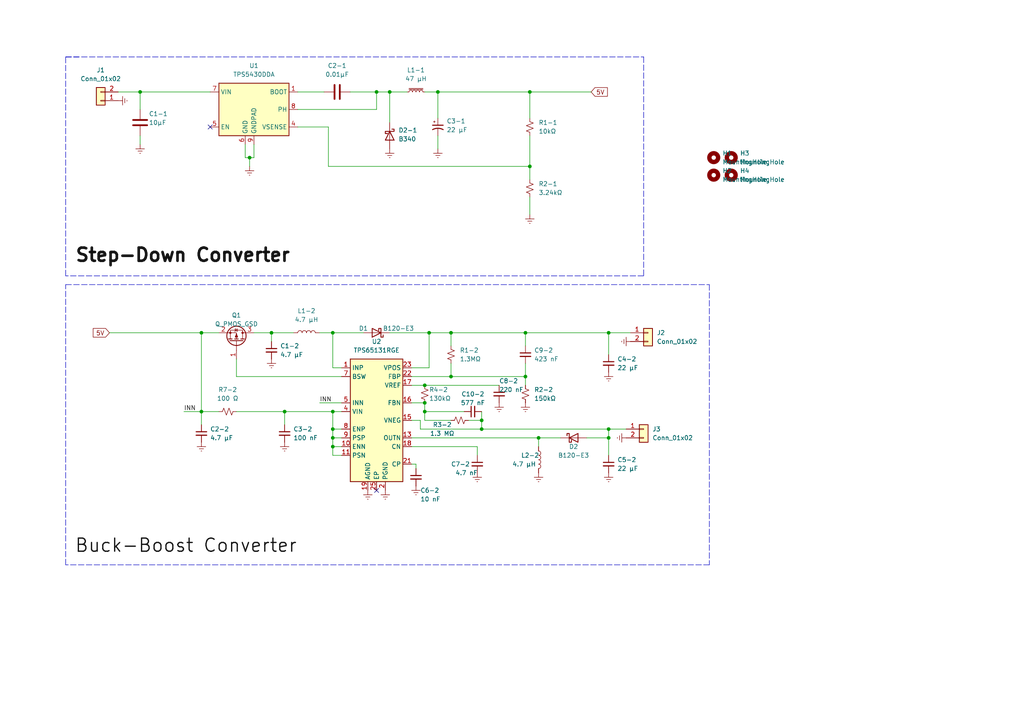
<source format=kicad_sch>
(kicad_sch (version 20211123) (generator eeschema)
  (paper "A4")
  (title_block (title "Split Rail DC Power Supply") (date "7/20/22"))
  (lib_symbols
    (symbol "Connector_Generic:Conn_01x02" (pin_names (offset 1.016) hide)
      (property "Reference" "J" (at 0 2.54 0))
      (property "Value" "Conn_01x02" (at 0 -5.08 0))
      (symbol "Conn_01x02_1_1"
        (rectangle (start -1.27 -2.413) (end 0 -2.667) (stroke (width 0.1524)))
        (rectangle (start -1.27 0.127) (end 0 -0.127) (stroke (width 0.1524)))
        (rectangle (start -1.27 1.27) (end 1.27 -3.81) (stroke (width 0.254)) (fill (type background)))
        (pin passive line (at -5.08 0 0) (length 3.81) (name "Pin_1") (number "1"))
        (pin passive line (at -5.08 -2.54 0) (length 3.81) (name "Pin_2") (number "2"))
      )
    )
    (symbol "Device:C" (pin_numbers hide) (pin_names (offset 0.254))
      (property "Reference" "C" (at 0.635 2.54 0))
      (property "Value" "C" (at 0.635 -2.54 0))
      (symbol "C_0_1"
        (polyline (pts (xy -2.032 -0.762) (xy 2.032 -0.762)) (stroke (width 0.508)))
        (polyline (pts (xy -2.032 0.762) (xy 2.032 0.762)) (stroke (width 0.508)))
      )
      (symbol "C_1_1"
        (pin passive line (at 0 3.81 270) (length 2.794) (name "~") (number "1"))
        (pin passive line (at 0 -3.81 90) (length 2.794) (name "~") (number "2"))
      )
    )
    (symbol "Device:C_Polarized_Small_US" (pin_numbers hide) (pin_names (offset 0.254) hide)
      (property "Reference" "C" (at 0.254 1.778 0))
      (property "Value" "C_Polarized_Small_US" (at 0.254 -2.032 0))
      (symbol "C_Polarized_Small_US_0_1"
        (polyline (pts (xy -1.524 0.508) (xy 1.524 0.508)) (stroke (width 0.3048)))
        (polyline (pts (xy -1.27 1.524) (xy -0.762 1.524)))
        (polyline (pts (xy -1.016 1.27) (xy -1.016 1.778)))
        (arc (start 1.524 -0.762) (mid 0 -0.3734) (end -1.524 -0.762) (stroke (width 0.3048)))
      )
      (symbol "C_Polarized_Small_US_1_1"
        (pin passive line (at 0 2.54 270) (length 2.032) (name "~") (number "1"))
        (pin passive line (at 0 -2.54 90) (length 2.032) (name "~") (number "2"))
      )
    )
    (symbol "Device:C_Small" (pin_numbers hide) (pin_names (offset 0.254) hide)
      (property "Reference" "C" (at 0.254 1.778 0))
      (property "Value" "C_Small" (at 0.254 -2.032 0))
      (symbol "C_Small_0_1"
        (polyline (pts (xy -1.524 -0.508) (xy 1.524 -0.508)) (stroke (width 0.3302)))
        (polyline (pts (xy -1.524 0.508) (xy 1.524 0.508)) (stroke (width 0.3048)))
      )
      (symbol "C_Small_1_1"
        (pin passive line (at 0 2.54 270) (length 2.032) (name "~") (number "1"))
        (pin passive line (at 0 -2.54 90) (length 2.032) (name "~") (number "2"))
      )
    )
    (symbol "Device:L" (pin_numbers hide) (pin_names (offset 1.016) hide)
      (property "Reference" "L" (at -1.27 0 90))
      (property "Value" "L" (at 1.905 0 90))
      (symbol "L_0_1"
        (arc (start 0 -2.54) (mid 0.635 -1.905) (end 0 -1.27))
        (arc (start 0 -1.27) (mid 0.635 -0.635) (end 0 0))
        (arc (start 0 0) (mid 0.635 0.635) (end 0 1.27))
        (arc (start 0 1.27) (mid 0.635 1.905) (end 0 2.54))
      )
      (symbol "L_1_1"
        (pin passive line (at 0 3.81 270) (length 1.27) (name "1") (number "1"))
        (pin passive line (at 0 -3.81 90) (length 1.27) (name "2") (number "2"))
      )
    )
    (symbol "Device:L_Iron_Small" (pin_numbers hide) (pin_names (offset 0.254) hide)
      (property "Reference" "L" (at 1.27 1.016 0))
      (property "Value" "L_Iron_Small" (at 1.27 -1.27 0))
      (symbol "L_Iron_Small_0_1"
        (arc (start 0 -2.032) (mid 0.508 -1.524) (end 0 -1.016))
        (arc (start 0 -1.016) (mid 0.508 -0.508) (end 0 0))
        (polyline (pts (xy 0.762 2.032) (xy 0.762 -2.032)))
        (polyline (pts (xy 1.016 -2.032) (xy 1.016 2.032)))
        (arc (start 0 0) (mid 0.508 0.508) (end 0 1.016))
        (arc (start 0 1.016) (mid 0.508 1.524) (end 0 2.032))
      )
      (symbol "L_Iron_Small_1_1"
        (pin passive line (at 0 2.54 270) (length 0.508) (name "~") (number "1"))
        (pin passive line (at 0 -2.54 90) (length 0.508) (name "~") (number "2"))
      )
    )
    (symbol "Device:Q_PMOS_GSD" (pin_names (offset 0) hide)
      (property "Reference" "Q" (at 5.08 1.27 0))
      (property "Value" "Q_PMOS_GSD" (at 5.08 -1.27 0))
      (symbol "Q_PMOS_GSD_0_1"
        (polyline (pts (xy 0.254 0) (xy -2.54 0)))
        (polyline (pts (xy 0.254 1.905) (xy 0.254 -1.905)) (stroke (width 0.254)))
        (polyline (pts (xy 0.762 -1.27) (xy 0.762 -2.286)) (stroke (width 0.254)))
        (polyline (pts (xy 0.762 0.508) (xy 0.762 -0.508)) (stroke (width 0.254)))
        (polyline (pts (xy 0.762 2.286) (xy 0.762 1.27)) (stroke (width 0.254)))
        (polyline (pts (xy 2.54 2.54) (xy 2.54 1.778)))
        (polyline (pts (xy 2.54 -2.54) (xy 2.54 0) (xy 0.762 0)))
        (polyline (pts (xy 0.762 1.778) (xy 3.302 1.778) (xy 3.302 -1.778) (xy 0.762 -1.778)))
        (polyline (pts (xy 2.286 0) (xy 1.27 0.381) (xy 1.27 -0.381) (xy 2.286 0)) (fill (type outline)))
        (polyline (pts (xy 2.794 -0.508) (xy 2.921 -0.381) (xy 3.683 -0.381) (xy 3.81 -0.254)))
        (polyline (pts (xy 3.302 -0.381) (xy 2.921 0.254) (xy 3.683 0.254) (xy 3.302 -0.381)))
        (circle (center 1.651 0) (radius 2.794) (stroke (width 0.254)))
        (circle (center 2.54 -1.778) (radius 0.254) (fill (type outline)))
        (circle (center 2.54 1.778) (radius 0.254) (fill (type outline)))
      )
      (symbol "Q_PMOS_GSD_1_1"
        (pin input line (at -5.08 0 0) (length 2.54) (name "G") (number "1"))
        (pin passive line (at 2.54 -5.08 90) (length 2.54) (name "S") (number "2"))
        (pin passive line (at 2.54 5.08 270) (length 2.54) (name "D") (number "3"))
      )
    )
    (symbol "Device:R_Small_US" (pin_numbers hide) (pin_names (offset 0.254) hide)
      (property "Reference" "R" (at 0.762 0.508 0))
      (property "Value" "R_Small_US" (at 0.762 -1.016 0))
      (symbol "R_Small_US_1_1"
        (polyline (pts (xy 0 0) (xy 1.016 -0.381) (xy 0 -0.762) (xy -1.016 -1.143) (xy 0 -1.524)))
        (polyline (pts (xy 0 1.524) (xy 1.016 1.143) (xy 0 0.762) (xy -1.016 0.381) (xy 0 0)))
        (pin passive line (at 0 2.54 270) (length 1.016) (name "~") (number "1"))
        (pin passive line (at 0 -2.54 90) (length 1.016) (name "~") (number "2"))
      )
    )
    (symbol "Diode:B120-E3" (pin_numbers hide) (pin_names hide)
      (property "Reference" "D" (at 0 2.54 0))
      (property "Value" "B120-E3" (at 0 -2.54 0))
      (symbol "B120-E3_0_1"
        (polyline (pts (xy 1.27 0) (xy -1.27 0)))
        (polyline (pts (xy 1.27 1.27) (xy 1.27 -1.27) (xy -1.27 0) (xy 1.27 1.27)) (stroke (width 0.254)))
        (polyline (pts (xy -1.905 0.635) (xy -1.905 1.27) (xy -1.27 1.27) (xy -1.27 -1.27) (xy -0.635 -1.27) (xy -0.635 -0.635)) (stroke (width 0.254)))
      )
      (symbol "B120-E3_1_1"
        (pin passive line (at -3.81 0 0) (length 2.54) (name "K") (number "1"))
        (pin passive line (at 3.81 0 180) (length 2.54) (name "A") (number "2"))
      )
    )
    (symbol "Diode:B340" (pin_numbers hide) (pin_names (offset 1.016) hide)
      (property "Reference" "D" (at 0 2.54 0))
      (property "Value" "B340" (at 0 -2.54 0))
      (symbol "B340_0_1"
        (polyline (pts (xy 1.27 0) (xy -1.27 0)))
        (polyline (pts (xy 1.27 1.27) (xy 1.27 -1.27) (xy -1.27 0) (xy 1.27 1.27)) (stroke (width 0.254)))
        (polyline (pts (xy -1.905 0.635) (xy -1.905 1.27) (xy -1.27 1.27) (xy -1.27 -1.27) (xy -0.635 -1.27) (xy -0.635 -0.635)) (stroke (width 0.254)))
      )
      (symbol "B340_1_1"
        (pin passive line (at -3.81 0 0) (length 2.54) (name "K") (number "1"))
        (pin passive line (at 3.81 0 180) (length 2.54) (name "A") (number "2"))
      )
    )
    (symbol "Mechanical:MountingHole" (pin_names (offset 1.016))
      (property "Reference" "H" (at 0 5.08 0))
      (property "Value" "MountingHole" (at 0 3.175 0))
      (symbol "MountingHole_0_1"
        (circle (center 0 0) (radius 1.27) (stroke (width 1.27)))
      )
    )
    (symbol "Regulator_Switching:TPS5430DDA"
      (property "Reference" "U" (at -10.16 8.89 0))
      (property "Value" "TPS5430DDA" (at -1.27 8.89 0))
      (symbol "TPS5430DDA_0_1"
        (rectangle (start -10.16 7.62) (end 10.16 -7.62) (stroke (width 0.254)) (fill (type background)))
      )
      (symbol "TPS5430DDA_1_1"
        (pin input line (at 12.7 5.08 180) (length 2.54) (name "BOOT") (number "1"))
        (pin no_connect line (at -10.16 2.54 0) (length 2.54) hide (name "NC") (number "2"))
        (pin no_connect line (at -10.16 -2.54 0) (length 2.54) hide (name "NC") (number "3"))
        (pin input line (at 12.7 -5.08 180) (length 2.54) (name "VSENSE") (number "4"))
        (pin input line (at -12.7 -5.08 0) (length 2.54) (name "EN") (number "5"))
        (pin power_in line (at -2.54 -10.16 90) (length 2.54) (name "GND") (number "6"))
        (pin power_in line (at -12.7 5.08 0) (length 2.54) (name "VIN") (number "7"))
        (pin output line (at 12.7 0 180) (length 2.54) (name "PH") (number "8"))
        (pin power_in line (at 0 -10.16 90) (length 2.54) (name "GNDPAD") (number "9"))
      )
    )
    (symbol "Regulator_Switching:TPS65131RGE"
      (property "Reference" "U" (at -6.858 21.082 0))
      (property "Value" "TPS65131RGE" (at -1.016 19.05 0))
      (symbol "TPS65131RGE_0_1"
        (rectangle (start -7.62 17.78) (end 7.62 -17.78) (stroke (width 0.254)) (fill (type background)))
      )
      (symbol "TPS65131RGE_1_1"
        (pin input line (at -10.16 15.24 0) (length 2.54) (name "INP") (number "1"))
        (pin input line (at -10.16 -7.62 0) (length 2.54) (name "ENN") (number "10"))
        (pin input line (at -10.16 -10.16 0) (length 2.54) (name "PSN") (number "11"))
        (pin no_connect line (at -7.62 7.62 0) (length 2.54) hide (name "NC") (number "12"))
        (pin output line (at 10.16 -5.08 180) (length 2.54) (name "OUTN") (number "13"))
        (pin passive line (at 10.16 -5.08 180) (length 2.54) hide (name "OUTN") (number "14"))
        (pin input line (at 10.16 0 180) (length 2.54) (name "VNEG") (number "15"))
        (pin input line (at 10.16 5.08 180) (length 2.54) (name "FBN") (number "16"))
        (pin output line (at 10.16 10.16 180) (length 2.54) (name "VREF") (number "17"))
        (pin passive line (at 10.16 -7.62 180) (length 2.54) (name "CN") (number "18"))
        (pin power_in line (at -2.54 -20.32 90) (length 2.54) (name "AGND") (number "19"))
        (pin power_in line (at 2.54 -20.32 90) (length 2.54) (name "PGND") (number "2"))
        (pin no_connect line (at -7.62 10.16 0) (length 2.54) hide (name "NC") (number "20"))
        (pin passive line (at 10.16 -12.7 180) (length 2.54) (name "CP") (number "21"))
        (pin input line (at 10.16 12.7 180) (length 2.54) (name "FBP") (number "22"))
        (pin input line (at 10.16 15.24 180) (length 2.54) (name "VPOS") (number "23"))
        (pin input line (at -10.16 15.24 0) (length 2.54) hide (name "INP") (number "24"))
        (pin passive line (at 0 -20.32 90) (length 2.54) (name "EP") (number "25"))
        (pin passive line (at 2.54 -20.32 90) (length 2.54) hide (name "PGND") (number "3"))
        (pin power_in line (at -10.16 2.54 0) (length 2.54) (name "VIN") (number "4"))
        (pin input line (at -10.16 5.08 0) (length 2.54) (name "INN") (number "5"))
        (pin input line (at -10.16 5.08 0) (length 2.54) hide (name "INN") (number "6"))
        (pin output line (at -10.16 12.7 0) (length 2.54) (name "BSW") (number "7"))
        (pin input line (at -10.16 -2.54 0) (length 2.54) (name "ENP") (number "8"))
        (pin input line (at -10.16 -5.08 0) (length 2.54) (name "PSP") (number "9"))
      )
    )
    (symbol "power:Earth" (power) (pin_names (offset 0))
      (symbol "Earth_0_1"
        (polyline (pts (xy -0.635 -1.905) (xy 0.635 -1.905)))
        (polyline (pts (xy -0.127 -2.54) (xy 0.127 -2.54)))
        (polyline (pts (xy 0 -1.27) (xy 0 0)))
        (polyline (pts (xy 1.27 -1.27) (xy -1.27 -1.27)))
      )
      (symbol "Earth_1_1"
        (pin power_in line (at 0 0 270) (length 0) hide (name "Earth") (number "1"))
      )
    )
  )
  (junction (at 123.19 119.38))
  (junction (at 78.74 96.52))
  (junction (at 153.67 26.67))
  (junction (at 96.52 124.46))
  (junction (at 152.4 109.22))
  (junction (at 152.4 96.52))
  (junction (at 124.46 96.52))
  (junction (at 123.19 111.76))
  (junction (at 153.67 48.26))
  (junction (at 96.52 96.52))
  (junction (at 176.53 96.52))
  (junction (at 130.81 109.22))
  (junction (at 139.7 121.92))
  (junction (at 176.53 127))
  (junction (at 72.39 45.72))
  (junction (at 40.64 26.67))
  (junction (at 96.52 127))
  (junction (at 123.19 116.84))
  (junction (at 139.7 124.46))
  (junction (at 156.21 127))
  (junction (at 96.52 129.54))
  (junction (at 176.53 124.46))
  (junction (at 113.03 26.67))
  (junction (at 58.42 119.38))
  (junction (at 109.22 26.67))
  (junction (at 130.81 96.52))
  (junction (at 82.55 119.38))
  (junction (at 58.42 96.52))
  (junction (at 96.52 119.38))
  (junction (at 127 26.67))
  (no_connect (at 109.22 142.24))
  (no_connect (at 60.96 36.83))
  (wire (pts (xy 40.64 39.37) (xy 40.64 41.91)))
  (wire (pts (xy 82.55 119.38) (xy 96.52 119.38)))
  (wire (pts (xy 68.58 119.38) (xy 82.55 119.38)))
  (wire (pts (xy 138.43 132.08) (xy 138.43 129.54)))
  (wire (pts (xy 152.4 109.22) (xy 130.81 109.22)))
  (wire (pts (xy 152.4 105.41) (xy 152.4 109.22)))
  (polyline (pts (xy 19.05 16.51) (xy 22.86 16.51)))
  (wire (pts (xy 119.38 106.68) (xy 124.46 106.68)))
  (wire (pts (xy 73.66 45.72) (xy 73.66 41.91)))
  (wire (pts (xy 96.52 119.38) (xy 99.06 119.38)))
  (wire (pts (xy 72.39 45.72) (xy 73.66 45.72)))
  (wire (pts (xy 119.38 127) (xy 156.21 127)))
  (wire (pts (xy 153.67 48.26) (xy 153.67 52.07)))
  (polyline (pts (xy 19.05 163.83) (xy 19.05 82.55)))
  (wire (pts (xy 109.22 26.67) (xy 113.03 26.67)))
  (polyline (pts (xy 205.74 82.55) (xy 205.74 163.83)))
  (wire (pts (xy 123.19 26.67) (xy 127 26.67)))
  (wire (pts (xy 113.03 96.52) (xy 124.46 96.52)))
  (wire (pts (xy 153.67 48.26) (xy 95.25 48.26)))
  (wire (pts (xy 127 39.37) (xy 127 43.18)))
  (wire (pts (xy 82.55 119.38) (xy 82.55 123.19)))
  (wire (pts (xy 152.4 96.52) (xy 176.53 96.52)))
  (wire (pts (xy 176.53 96.52) (xy 182.88 96.52)))
  (wire (pts (xy 96.52 132.08) (xy 96.52 129.54)))
  (wire (pts (xy 109.22 31.75) (xy 86.36 31.75)))
  (wire (pts (xy 121.92 121.92) (xy 121.92 124.46)))
  (wire (pts (xy 127 26.67) (xy 127 34.29)))
  (wire (pts (xy 99.06 132.08) (xy 96.52 132.08)))
  (wire (pts (xy 96.52 127) (xy 96.52 124.46)))
  (wire (pts (xy 139.7 124.46) (xy 176.53 124.46)))
  (wire (pts (xy 96.52 129.54) (xy 96.52 127)))
  (wire (pts (xy 121.92 124.46) (xy 139.7 124.46)))
  (wire (pts (xy 123.19 119.38) (xy 123.19 116.84)))
  (wire (pts (xy 119.38 111.76) (xy 123.19 111.76)))
  (wire (pts (xy 96.52 96.52) (xy 105.41 96.52)))
  (wire (pts (xy 109.22 26.67) (xy 109.22 31.75)))
  (wire (pts (xy 96.52 124.46) (xy 96.52 119.38)))
  (wire (pts (xy 58.42 96.52) (xy 58.42 119.38)))
  (wire (pts (xy 170.18 127) (xy 176.53 127)))
  (wire (pts (xy 34.29 26.67) (xy 40.64 26.67)))
  (wire (pts (xy 71.12 45.72) (xy 72.39 45.72)))
  (wire (pts (xy 78.74 96.52) (xy 78.74 99.06)))
  (wire (pts (xy 40.64 26.67) (xy 40.64 31.75)))
  (polyline (pts (xy 19.05 16.51) (xy 186.69 16.51)))
  (wire (pts (xy 130.81 96.52) (xy 130.81 100.33)))
  (polyline (pts (xy 186.69 16.51) (xy 186.69 80.01)))
  (wire (pts (xy 120.65 134.62) (xy 119.38 134.62)))
  (wire (pts (xy 156.21 127) (xy 156.21 129.54)))
  (wire (pts (xy 152.4 96.52) (xy 152.4 100.33)))
  (wire (pts (xy 153.67 26.67) (xy 171.45 26.67)))
  (wire (pts (xy 130.81 105.41) (xy 130.81 109.22)))
  (wire (pts (xy 139.7 121.92) (xy 139.7 119.38)))
  (wire (pts (xy 123.19 119.38) (xy 134.62 119.38)))
  (wire (pts (xy 40.64 26.67) (xy 60.96 26.67)))
  (polyline (pts (xy 186.69 163.83) (xy 19.05 163.83)))
  (wire (pts (xy 153.67 26.67) (xy 153.67 34.29)))
  (wire (pts (xy 139.7 121.92) (xy 139.7 124.46)))
  (wire (pts (xy 135.89 121.92) (xy 139.7 121.92)))
  (wire (pts (xy 152.4 109.22) (xy 152.4 111.76)))
  (wire (pts (xy 113.03 26.67) (xy 113.03 35.56)))
  (wire (pts (xy 119.38 121.92) (xy 121.92 121.92)))
  (wire (pts (xy 120.65 135.89) (xy 120.65 134.62)))
  (wire (pts (xy 176.53 127) (xy 176.53 132.08)))
  (wire (pts (xy 153.67 39.37) (xy 153.67 48.26)))
  (wire (pts (xy 68.58 109.22) (xy 99.06 109.22)))
  (wire (pts (xy 130.81 96.52) (xy 152.4 96.52)))
  (wire (pts (xy 71.12 41.91) (xy 71.12 45.72)))
  (wire (pts (xy 92.71 96.52) (xy 96.52 96.52)))
  (wire (pts (xy 127 26.67) (xy 153.67 26.67)))
  (wire (pts (xy 96.52 127) (xy 99.06 127)))
  (wire (pts (xy 176.53 124.46) (xy 181.61 124.46)))
  (polyline (pts (xy 19.05 82.55) (xy 104.14 82.55)))
  (wire (pts (xy 73.66 96.52) (xy 78.74 96.52)))
  (wire (pts (xy 123.19 111.76) (xy 144.78 111.76)))
  (wire (pts (xy 95.25 36.83) (xy 86.36 36.83)))
  (wire (pts (xy 58.42 119.38) (xy 63.5 119.38)))
  (polyline (pts (xy 186.69 82.55) (xy 205.74 82.55)))
  (wire (pts (xy 176.53 127) (xy 176.53 124.46)))
  (wire (pts (xy 31.75 96.52) (xy 58.42 96.52)))
  (wire (pts (xy 58.42 119.38) (xy 58.42 123.19)))
  (wire (pts (xy 96.52 106.68) (xy 96.52 96.52)))
  (wire (pts (xy 53.34 119.38) (xy 58.42 119.38)))
  (wire (pts (xy 119.38 129.54) (xy 138.43 129.54)))
  (wire (pts (xy 156.21 127) (xy 162.56 127)))
  (wire (pts (xy 101.6 26.67) (xy 109.22 26.67)))
  (wire (pts (xy 96.52 129.54) (xy 99.06 129.54)))
  (polyline (pts (xy 104.14 82.55) (xy 186.69 82.55)))
  (wire (pts (xy 95.25 48.26) (xy 95.25 36.83)))
  (polyline (pts (xy 19.05 80.01) (xy 19.05 16.51)))
  (wire (pts (xy 119.38 116.84) (xy 123.19 116.84)))
  (wire (pts (xy 113.03 26.67) (xy 118.11 26.67)))
  (wire (pts (xy 123.19 121.92) (xy 130.81 121.92)))
  (polyline (pts (xy 205.74 163.83) (xy 186.69 163.83)))
  (wire (pts (xy 176.53 96.52) (xy 176.53 102.87)))
  (wire (pts (xy 99.06 106.68) (xy 96.52 106.68)))
  (wire (pts (xy 68.58 104.14) (xy 68.58 109.22)))
  (polyline (pts (xy 186.69 80.01) (xy 19.05 80.01)))
  (wire (pts (xy 124.46 96.52) (xy 124.46 106.68)))
  (wire (pts (xy 119.38 109.22) (xy 130.81 109.22)))
  (wire (pts (xy 86.36 26.67) (xy 93.98 26.67)))
  (wire (pts (xy 63.5 96.52) (xy 58.42 96.52)))
  (wire (pts (xy 92.71 116.84) (xy 99.06 116.84)))
  (wire (pts (xy 96.52 124.46) (xy 99.06 124.46)))
  (wire (pts (xy 124.46 96.52) (xy 130.81 96.52)))
  (wire (pts (xy 153.67 57.15) (xy 153.67 62.23)))
  (wire (pts (xy 123.19 119.38) (xy 123.19 121.92)))
  (wire (pts (xy 72.39 45.72) (xy 72.39 48.26)))
  (wire (pts (xy 78.74 96.52) (xy 85.09 96.52)))
  (label "INN" (at 92.71 116.84 0))
  (label "Buck-Boost Converter" (at 21.59 161.29 0) (effects (font (size 3.81 3.81) (thickness 0.362) bold)))
  (label "INN" (at 53.34 119.38 0))
  (label "Step-Down Converter" (at 21.59 77.47 0) (effects (font (size 3.81 3.81) (thickness 0.762) bold)))
  (global_label "5V" (shape input) (at 31.75 96.52 180) (property "Intersheet References" "${INTERSHEET_REFS}" (effects hide)))
  (global_label "5V" (shape input) (at 171.45 26.67 0) (property "Intersheet References" "${INTERSHEET_REFS}" (effects hide)))
  (symbol (lib_id "Device:R_Small_US") (at 133.35 121.92 270) (unit 1)
    (property "Reference" "R3-2" (at 128.27 123.19 90))
    (property "Value" "1.3 MΩ" (at 128.27 125.73 90))
    (property "Footprint" "Resistor_SMD:R_0603_1608Metric_Pad0.98x0.95mm_HandSolder" (effects hide))
    (property "Datasheet" "https://www.mouser.com/datasheet/2/447/PYu_RC_Group_51_RoHS_L_11-1984063.pdf" (effects hide))
  )
  (symbol (lib_id "power:Earth") (at 111.76 142.24 0) (unit 1)
    (property "Reference" "#PWR04" (effects hide))
    (property "Value" "Earth" (effects hide))
  )
  (symbol (lib_id "Device:L_Iron_Small") (at 120.65 26.67 90) (unit 1)
    (property "Reference" "L1-1" (at 120.65 20.32 90))
    (property "Value" "47 µH" (at 120.65 22.86 90))
    (property "Footprint" "Mis:IND_ETQP4M470KVC" (effects hide))
    (property "Datasheet" "https://www.mouser.com/datasheet/2/315/AGL0000C63-1283966.pdf" (effects hide))
  )
  (symbol (lib_id "Device:C_Small") (at 138.43 134.62 0) (unit 1)
    (property "Reference" "C7-2" (at 130.81 134.62 0) (effects (justify left)))
    (property "Value" "4.7 nF" (at 132.08 137.16 0) (effects (justify left)))
    (property "Footprint" "Capacitor_SMD:C_0603_1608Metric_Pad1.08x0.95mm_HandSolder" (effects hide))
    (property "Datasheet" "https://www.mouser.com/datasheet/2/447/UPY_ST_NPOX7R_16V_to_3KV_8-2301476.pdf" (effects hide))
  )
  (symbol (lib_id "Device:R_Small_US") (at 66.04 119.38 90) (unit 1)
    (property "Reference" "R7-2" (at 66.04 113.03 90))
    (property "Value" "100 Ω" (at 66.04 115.57 90))
    (property "Footprint" "Resistor_SMD:R_0603_1608Metric_Pad0.98x0.95mm_HandSolder" (effects hide))
    (property "Datasheet" "https://www.mouser.com/datasheet/2/427/crcw0201e3-1761851.pdf" (effects hide))
  )
  (symbol (lib_id "Mechanical:MountingHole") (at 212.09 45.72 0) (unit 1)
    (property "Reference" "H3" (at 214.63 44.4499 0) (effects (justify left)))
    (property "Value" "MountingHole" (at 214.63 46.9899 0) (effects (justify left)))
    (property "Footprint" "MountingHole:MountingHole_4.3mm_M4" (effects hide))
  )
  (symbol (lib_id "Regulator_Switching:TPS65131RGE") (at 109.22 121.92 0) (unit 1)
    (property "Reference" "U2" (at 109.22 99.06 0))
    (property "Value" "TPS65131RGE" (at 109.22 101.6 0))
    (property "Footprint" "Package_DFN_QFN:VQFN-24-1EP_4x4mm_P0.5mm_EP2.45x2.45mm_ThermalVias" (effects hide))
    (property "Datasheet" "http://www.ti.com/lit/ds/symlink/tps65130.pdf" (effects hide))
  )
  (symbol (lib_id "Device:L") (at 156.21 133.35 0) (unit 1)
    (property "Reference" "L2-2" (at 151.13 132.08 0) (effects (justify left)))
    (property "Value" "4.7 µH" (at 148.59 134.62 0) (effects (justify left)))
    (property "Footprint" "Inductor_SMD:L_6.3x6.3_H3" (effects hide))
    (property "Datasheet" "https://www.tdk-electronics.tdk.com/inf/30/db/ind_2008/b82462g4.pdf" (effects hide))
  )
  (symbol (lib_id "power:Earth") (at 176.53 107.95 0) (unit 1)
    (property "Reference" "#PWR013" (effects hide))
    (property "Value" "Earth" (effects hide))
  )
  (symbol (lib_id "power:Earth") (at 34.29 29.21 90) (unit 1)
    (property "Reference" "#PWR0101" (effects hide))
    (property "Value" "Earth" (effects hide))
  )
  (symbol (lib_id "Device:C_Small") (at 176.53 105.41 0) (unit 1)
    (property "Reference" "C4-2" (at 179.07 104.1462 0) (effects (justify left)))
    (property "Value" "22 µF" (at 179.07 106.6862 0) (effects (justify left)))
    (property "Footprint" "Capacitor_SMD:C_0603_1608Metric" (effects hide))
    (property "Datasheet" "https://www.mouser.com/datasheet/2/447/UPY_NP0X5R_01005_4V_to_25V_V10-3003057.pdf" (effects hide))
  )
  (symbol (lib_id "power:Earth") (at 82.55 128.27 0) (unit 1)
    (property "Reference" "#PWR0102" (effects hide))
    (property "Value" "Earth" (effects hide))
  )
  (symbol (lib_id "power:Earth") (at 176.53 137.16 0) (unit 1)
    (property "Reference" "#PWR0106" (effects hide))
    (property "Value" "Earth" (effects hide))
  )
  (symbol (lib_id "Mechanical:MountingHole") (at 207.01 50.8 0) (unit 1)
    (property "Reference" "H2" (at 209.55 49.5299 0) (effects (justify left)))
    (property "Value" "MountingHole" (at 209.55 52.0699 0) (effects (justify left)))
    (property "Footprint" "MountingHole:MountingHole_4.3mm_M4" (effects hide))
  )
  (symbol (lib_id "power:Earth") (at 72.39 48.26 0) (unit 1)
    (property "Reference" "#PWR02" (effects hide))
    (property "Value" "Earth" (effects hide))
  )
  (symbol (lib_id "Diode:B120-E3") (at 166.37 127 0) (unit 1)
    (property "Reference" "D2" (at 166.37 129.54 0))
    (property "Value" "B120-E3" (at 166.37 132.08 0))
    (property "Footprint" "Diode_SMD:D_SMA" (effects hide))
    (property "Datasheet" "http://www.vishay.com/docs/88946/b120.pdf" (effects hide))
  )
  (symbol (lib_id "power:Earth") (at 138.43 137.16 0) (unit 1)
    (property "Reference" "#PWR07" (effects hide))
    (property "Value" "Earth" (effects hide))
  )
  (symbol (lib_id "power:Earth") (at 152.4 116.84 0) (unit 1)
    (property "Reference" "#PWR011" (effects hide))
    (property "Value" "Earth" (effects hide))
  )
  (symbol (lib_id "Connector_Generic:Conn_01x02") (at 187.96 96.52 0) (unit 1)
    (property "Reference" "J2" (at 190.5 96.5199 0) (effects (justify left)))
    (property "Value" "Conn_01x02" (at 190.5 99.0599 0) (effects (justify left)))
    (property "Footprint" "Connector_PinHeader_2.54mm:PinHeader_1x02_P2.54mm_Vertical" (effects hide))
  )
  (symbol (lib_id "power:Earth") (at 58.42 128.27 0) (unit 1)
    (property "Reference" "#PWR0103" (effects hide))
    (property "Value" "Earth" (effects hide))
  )
  (symbol (lib_id "Device:C_Small") (at 137.16 119.38 90) (unit 1)
    (property "Reference" "C10-2" (at 137.16 114.3 90))
    (property "Value" "577 nF" (at 137.16 116.84 90))
    (property "Footprint" "Mis:CAPC1608X90" (effects hide))
    (property "Datasheet" "https://www.mouser.com/datasheet/2/212/KEM_C1006_X5R_SMD-1103249.pdf" (effects hide))
  )
  (symbol (lib_id "Device:R_Small_US") (at 130.81 102.87 0) (unit 1)
    (property "Reference" "R1-2" (at 133.35 101.5999 0) (effects (justify left)))
    (property "Value" "1.3MΩ" (at 133.35 104.1399 0) (effects (justify left)))
    (property "Footprint" "Resistor_SMD:R_0603_1608Metric_Pad0.98x0.95mm_HandSolder" (effects hide))
    (property "Datasheet" "https://www.mouser.com/datasheet/2/447/PYu_RC_Group_51_RoHS_L_11-1984063.pdf" (effects hide))
  )
  (symbol (lib_id "Device:C") (at 40.64 35.56 0) (unit 1)
    (property "Reference" "C1-1" (at 43.18 33.02 0) (effects (justify left)))
    (property "Value" "10µF" (at 43.18 35.56 0) (effects (justify left)))
    (property "Footprint" "Mis:CAPC1608X90" (effects hide))
    (property "Datasheet" "https://www.mouser.com/datasheet/2/447/yago_s_a0011397150_1-2286655.pdf" (effects hide))
  )
  (symbol (lib_id "Connector_Generic:Conn_01x02") (at 29.21 29.21 180) (unit 1)
    (property "Reference" "J1" (at 29.21 20.32 0))
    (property "Value" "Conn_01x02" (at 29.21 22.86 0))
    (property "Footprint" "Connector_PinHeader_2.54mm:PinHeader_1x02_P2.54mm_Vertical" (effects hide))
  )
  (symbol (lib_id "power:Earth") (at 78.74 104.14 0) (unit 1)
    (property "Reference" "#PWR0104" (effects hide))
    (property "Value" "Earth" (effects hide))
  )
  (symbol (lib_id "power:Earth") (at 40.64 41.91 0) (unit 1)
    (property "Reference" "#PWR01" (effects hide))
    (property "Value" "Earth" (effects hide))
  )
  (symbol (lib_id "Device:C_Polarized_Small_US") (at 127 36.83 0) (unit 1)
    (property "Reference" "C3-1" (at 129.54 35.1281 0) (effects (justify left)))
    (property "Value" "22 µF" (at 129.54 37.6681 0) (effects (justify left)))
    (property "Footprint" "Capacitor_SMD:C_0603_1608Metric" (effects hide))
    (property "Datasheet" "https://www.mouser.com/datasheet/2/447/UPY_NP0X5R_01005_4V_to_25V_V10-3003057.pdf" (effects hide))
  )
  (symbol (lib_id "Device:C_Small") (at 144.78 114.3 0) (unit 1)
    (property "Reference" "C8-2" (at 144.78 110.49 0) (effects (justify left)))
    (property "Value" "220 nF" (at 144.78 113.03 0) (effects (justify left)))
    (property "Footprint" "Capacitor_SMD:C_0603_1608Metric_Pad1.08x0.95mm_HandSolder" (effects hide))
    (property "Datasheet" "https://www.mouser.com/datasheet/2/396/mlcc02_e-1307760.pdf" (effects hide))
  )
  (symbol (lib_id "power:Earth") (at 127 43.18 0) (unit 1)
    (property "Reference" "#PWR08" (effects hide))
    (property "Value" "Earth" (effects hide))
  )
  (symbol (lib_id "Device:R_Small_US") (at 152.4 114.3 0) (unit 1)
    (property "Reference" "R2-2" (at 154.94 113.0299 0) (effects (justify left)))
    (property "Value" "150kΩ" (at 154.94 115.5699 0) (effects (justify left)))
    (property "Footprint" "Resistor_SMD:R_0603_1608Metric_Pad0.98x0.95mm_HandSolder" (effects hide))
    (property "Datasheet" "https://www.mouser.com/datasheet/2/427/crcw0201e3-1761851.pdf" (effects hide))
  )
  (symbol (lib_id "Diode:B120-E3") (at 109.22 96.52 180) (unit 1)
    (property "Reference" "D1" (at 105.41 95.25 0))
    (property "Value" "B120-E3" (at 115.57 95.25 0))
    (property "Footprint" "Diode_SMD:D_SMA" (effects hide))
    (property "Datasheet" "http://www.vishay.com/docs/88946/b120.pdf" (effects hide))
  )
  (symbol (lib_id "power:Earth") (at 106.68 142.24 0) (unit 1)
    (property "Reference" "#PWR03" (effects hide))
    (property "Value" "Earth" (effects hide))
  )
  (symbol (lib_id "power:Earth") (at 182.88 99.06 270) (unit 1)
    (property "Reference" "#PWR0105" (effects hide))
    (property "Value" "Earth" (effects hide))
  )
  (symbol (lib_id "Regulator_Switching:TPS5430DDA") (at 73.66 31.75 0) (unit 1)
    (property "Reference" "U1" (at 73.66 19.05 0))
    (property "Value" "TPS5430DDA" (at 73.66 21.59 0))
    (property "Footprint" "Package_SO:TI_SO-PowerPAD-8_ThermalVias" (effects hide))
    (property "Datasheet" "http://www.ti.com/lit/ds/symlink/tps5430.pdf" (effects hide))
  )
  (symbol (lib_id "power:Earth") (at 156.21 137.16 0) (unit 1)
    (property "Reference" "#PWR09" (effects hide))
    (property "Value" "Earth" (effects hide))
  )
  (symbol (lib_id "Device:C_Small") (at 82.55 125.73 0) (unit 1)
    (property "Reference" "C3-2" (at 85.09 124.4662 0) (effects (justify left)))
    (property "Value" "100 nF" (at 85.09 127.0062 0) (effects (justify left)))
    (property "Footprint" "Capacitor_SMD:C_0603_1608Metric_Pad1.08x0.95mm_HandSolder" (effects hide))
    (property "Datasheet" "https://www.mouser.com/datasheet/2/396/mlcc02_e-1307760.pdf" (effects hide))
  )
  (symbol (lib_id "Connector_Generic:Conn_01x02") (at 186.69 124.46 0) (unit 1)
    (property "Reference" "J3" (at 189.23 124.4599 0) (effects (justify left)))
    (property "Value" "Conn_01x02" (at 189.23 126.9999 0) (effects (justify left)))
    (property "Footprint" "Connector_PinHeader_2.54mm:PinHeader_1x02_P2.54mm_Vertical" (effects hide))
  )
  (symbol (lib_id "Device:C_Small") (at 152.4 102.87 0) (unit 1)
    (property "Reference" "C9-2" (at 154.94 101.6062 0) (effects (justify left)))
    (property "Value" "423 nF" (at 154.94 104.1462 0) (effects (justify left)))
    (property "Footprint" "Capacitor_SMD:C_0603_1608Metric_Pad1.08x0.95mm_HandSolder" (effects hide))
    (property "Datasheet" "https://www.mouser.com/datasheet/2/447/UPY_ST_NPOX7R_16V_to_3KV_8-3003022.pdf" (effects hide))
  )
  (symbol (lib_id "Device:R_Small_US") (at 123.19 114.3 0) (unit 1)
    (property "Reference" "R4-2" (at 124.46 113.03 0) (effects (justify left)))
    (property "Value" "130kΩ" (at 124.46 115.57 0) (effects (justify left)))
    (property "Footprint" "Resistor_SMD:R_0603_1608Metric_Pad0.98x0.95mm_HandSolder" (effects hide))
    (property "Datasheet" "https://www.mouser.com/datasheet/2/427/crcw0201e3-1761851.pdf" (effects hide))
  )
  (symbol (lib_id "power:Earth") (at 144.78 116.84 0) (unit 1)
    (property "Reference" "#PWR010" (effects hide))
    (property "Value" "Earth" (effects hide))
  )
  (symbol (lib_id "Device:C_Small") (at 120.65 138.43 0) (unit 1)
    (property "Reference" "C6-2" (at 121.92 142.24 0) (effects (justify left)))
    (property "Value" "10 nF" (at 121.92 144.78 0) (effects (justify left)))
    (property "Footprint" "Capacitor_SMD:C_0603_1608Metric_Pad1.08x0.95mm_HandSolder" (effects hide))
    (property "Datasheet" "https://www.mouser.com/datasheet/2/447/yago_s_a0011723860_1-2286802.pdf" (effects hide))
  )
  (symbol (lib_id "Device:C") (at 97.79 26.67 270) (unit 1)
    (property "Reference" "C2-1" (at 97.79 19.05 90))
    (property "Value" "0.01µF" (at 97.79 21.59 90))
    (property "Footprint" "Capacitor_SMD:C_0603_1608Metric_Pad1.08x0.95mm_HandSolder" (effects hide))
    (property "Datasheet" "https://www.yageo.com/upload/media/product/products/datasheet/mlcc/UPY-NP0X5R_01005_4V-to-25V_V10.pdf" (effects hide))
  )
  (symbol (lib_id "Device:C_Small") (at 58.42 125.73 0) (unit 1)
    (property "Reference" "C2-2" (at 60.96 124.4662 0) (effects (justify left)))
    (property "Value" "4.7 µF" (at 60.96 127.0062 0) (effects (justify left)))
    (property "Footprint" "Capacitor_SMD:C_0603_1608Metric_Pad1.08x0.95mm_HandSolder" (effects hide))
    (property "Datasheet" "https://www.mouser.com/datasheet/2/40/cx5r-2300296.pdf" (effects hide))
  )
  (symbol (lib_id "Diode:B340") (at 113.03 39.37 270) (unit 1)
    (property "Reference" "D2-1" (at 115.57 37.7824 90) (effects (justify left)))
    (property "Value" "B340" (at 115.57 40.3224 90) (effects (justify left)))
    (property "Footprint" "Diode_SMD:D_SMC" (effects hide))
    (property "Datasheet" "http://www.jameco.com/Jameco/Products/ProdDS/1538777.pdf" (effects hide))
  )
  (symbol (lib_id "Device:C_Small") (at 176.53 134.62 0) (unit 1)
    (property "Reference" "C5-2" (at 179.07 133.3562 0) (effects (justify left)))
    (property "Value" "22 µF" (at 179.07 135.8962 0) (effects (justify left)))
    (property "Footprint" "Capacitor_SMD:C_0603_1608Metric" (effects hide))
    (property "Datasheet" "https://www.mouser.com/datasheet/2/447/UPY_NP0X5R_01005_4V_to_25V_V10-3003057.pdf" (effects hide))
  )
  (symbol (lib_id "power:Earth") (at 113.03 43.18 0) (unit 1)
    (property "Reference" "#PWR05" (effects hide))
    (property "Value" "Earth" (effects hide))
  )
  (symbol (lib_id "power:Earth") (at 153.67 62.23 0) (unit 1)
    (property "Reference" "#PWR012" (effects hide))
    (property "Value" "Earth" (effects hide))
  )
  (symbol (lib_id "Device:Q_PMOS_GSD") (at 68.58 99.06 270) (mirror x) (unit 1)
    (property "Reference" "Q1" (at 68.58 91.44 90))
    (property "Value" "Q_PMOS_GSD" (at 68.58 93.98 90))
    (property "Footprint" "Mis:SOT23" (effects hide))
    (property "Datasheet" "https://www.mouser.com/datasheet/2/427/72024-1765799.pdf" (effects hide))
  )
  (symbol (lib_id "power:Earth") (at 181.61 127 270) (unit 1)
    (property "Reference" "#PWR0107" (effects hide))
    (property "Value" "Earth" (effects hide))
  )
  (symbol (lib_id "Device:R_Small_US") (at 153.67 36.83 0) (unit 1)
    (property "Reference" "R1-1" (at 156.21 35.5599 0) (effects (justify left)))
    (property "Value" "10kΩ" (at 156.21 38.0999 0) (effects (justify left)))
    (property "Footprint" "Resistor_SMD:R_0603_1608Metric_Pad0.98x0.95mm_HandSolder" (effects hide))
    (property "Datasheet" "https://www.mouser.com/datasheet/2/427/crcw0201e3-1761851.pdf" (effects hide))
  )
  (symbol (lib_id "Device:R_Small_US") (at 153.67 54.61 0) (unit 1)
    (property "Reference" "R2-1" (at 156.21 53.3399 0) (effects (justify left)))
    (property "Value" "3.24kΩ" (at 156.21 55.8799 0) (effects (justify left)))
    (property "Footprint" "Resistor_SMD:R_0603_1608Metric_Pad0.98x0.95mm_HandSolder" (effects hide))
    (property "Datasheet" "https://www.mouser.com/datasheet/2/427/crcw0201e3-1761851.pdf" (effects hide))
  )
  (symbol (lib_id "Device:C_Small") (at 78.74 101.6 0) (unit 1)
    (property "Reference" "C1-2" (at 81.28 100.3362 0) (effects (justify left)))
    (property "Value" "4.7 µF" (at 81.28 102.8762 0) (effects (justify left)))
    (property "Footprint" "Capacitor_SMD:C_0603_1608Metric_Pad1.08x0.95mm_HandSolder" (effects hide))
    (property "Datasheet" "https://www.mouser.com/datasheet/2/40/cx5r-2300296.pdf" (effects hide))
  )
  (symbol (lib_id "Mechanical:MountingHole") (at 207.01 45.72 0) (unit 1)
    (property "Reference" "H1" (at 209.55 44.4499 0) (effects (justify left)))
    (property "Value" "MountingHole" (at 209.55 46.9899 0) (effects (justify left)))
    (property "Footprint" "MountingHole:MountingHole_4.3mm_M4" (effects hide))
  )
  (symbol (lib_id "Mechanical:MountingHole") (at 212.09 50.8 0) (unit 1)
    (property "Reference" "H4" (at 214.63 49.5299 0) (effects (justify left)))
    (property "Value" "MountingHole" (at 214.63 52.0699 0) (effects (justify left)))
    (property "Footprint" "MountingHole:MountingHole_4.3mm_M4" (effects hide))
  )
  (symbol (lib_id "Device:L") (at 88.9 96.52 90) (unit 1)
    (property "Reference" "L1-2" (at 88.9 90.17 90))
    (property "Value" "4.7 µH" (at 88.9 92.71 90))
    (property "Footprint" "Inductor_SMD:L_6.3x6.3_H3" (effects hide))
    (property "Datasheet" "https://www.tdk-electronics.tdk.com/inf/30/db/ind_2008/b82462g4.pdf" (effects hide))
  )
  (symbol (lib_id "power:Earth") (at 120.65 140.97 0) (unit 1)
    (property "Reference" "#PWR06" (effects hide))
    (property "Value" "Earth" (effects hide))
  )
)
</source>
